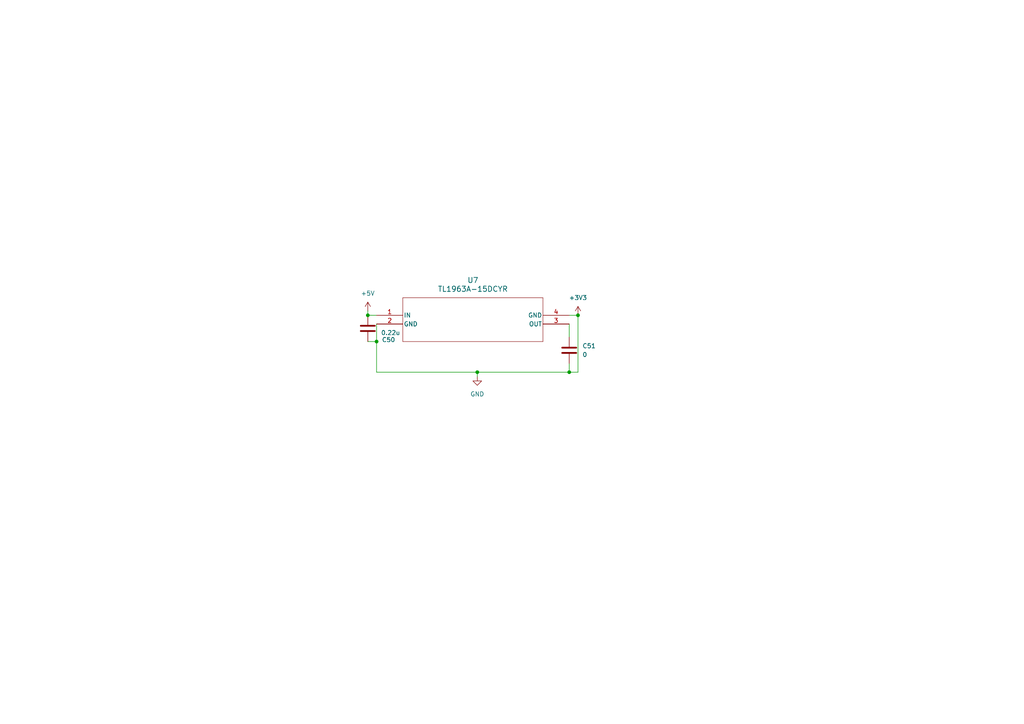
<source format=kicad_sch>
(kicad_sch
	(version 20231120)
	(generator "eeschema")
	(generator_version "8.0")
	(uuid "51782af7-2c8b-474c-b1fb-b5676f4822cf")
	(paper "A4")
	(lib_symbols
		(symbol "2024-04-06_18-40-21:TL1963A-15DCYR"
			(pin_names
				(offset 0.254)
			)
			(exclude_from_sim no)
			(in_bom yes)
			(on_board yes)
			(property "Reference" "U"
				(at 27.94 10.16 0)
				(effects
					(font
						(size 1.524 1.524)
					)
				)
			)
			(property "Value" "TL1963A-15DCYR"
				(at 27.94 7.62 0)
				(effects
					(font
						(size 1.524 1.524)
					)
				)
			)
			(property "Footprint" "DCY4_TEX"
				(at 0 0 0)
				(effects
					(font
						(size 1.27 1.27)
						(italic yes)
					)
					(hide yes)
				)
			)
			(property "Datasheet" "TL1963A-15DCYR"
				(at 0 0 0)
				(effects
					(font
						(size 1.27 1.27)
						(italic yes)
					)
					(hide yes)
				)
			)
			(property "Description" ""
				(at 0 0 0)
				(effects
					(font
						(size 1.27 1.27)
					)
					(hide yes)
				)
			)
			(property "ki_locked" ""
				(at 0 0 0)
				(effects
					(font
						(size 1.27 1.27)
					)
				)
			)
			(property "ki_keywords" "TL1963A-15DCYR"
				(at 0 0 0)
				(effects
					(font
						(size 1.27 1.27)
					)
					(hide yes)
				)
			)
			(property "ki_fp_filters" "DCY4_TEX DCY4_TEX-M DCY4_TEX-L"
				(at 0 0 0)
				(effects
					(font
						(size 1.27 1.27)
					)
					(hide yes)
				)
			)
			(symbol "TL1963A-15DCYR_0_1"
				(polyline
					(pts
						(xy 7.62 -7.62) (xy 48.26 -7.62)
					)
					(stroke
						(width 0.127)
						(type default)
					)
					(fill
						(type none)
					)
				)
				(polyline
					(pts
						(xy 7.62 5.08) (xy 7.62 -7.62)
					)
					(stroke
						(width 0.127)
						(type default)
					)
					(fill
						(type none)
					)
				)
				(polyline
					(pts
						(xy 48.26 -7.62) (xy 48.26 5.08)
					)
					(stroke
						(width 0.127)
						(type default)
					)
					(fill
						(type none)
					)
				)
				(polyline
					(pts
						(xy 48.26 5.08) (xy 7.62 5.08)
					)
					(stroke
						(width 0.127)
						(type default)
					)
					(fill
						(type none)
					)
				)
				(pin input line
					(at 0 0 0)
					(length 7.62)
					(name "IN"
						(effects
							(font
								(size 1.27 1.27)
							)
						)
					)
					(number "1"
						(effects
							(font
								(size 1.27 1.27)
							)
						)
					)
				)
				(pin power_in line
					(at 0 -2.54 0)
					(length 7.62)
					(name "GND"
						(effects
							(font
								(size 1.27 1.27)
							)
						)
					)
					(number "2"
						(effects
							(font
								(size 1.27 1.27)
							)
						)
					)
				)
				(pin output line
					(at 55.88 -2.54 180)
					(length 7.62)
					(name "OUT"
						(effects
							(font
								(size 1.27 1.27)
							)
						)
					)
					(number "3"
						(effects
							(font
								(size 1.27 1.27)
							)
						)
					)
				)
				(pin power_in line
					(at 55.88 0 180)
					(length 7.62)
					(name "GND"
						(effects
							(font
								(size 1.27 1.27)
							)
						)
					)
					(number "4"
						(effects
							(font
								(size 1.27 1.27)
							)
						)
					)
				)
			)
		)
		(symbol "Device:C"
			(pin_numbers hide)
			(pin_names
				(offset 0.254)
			)
			(exclude_from_sim no)
			(in_bom yes)
			(on_board yes)
			(property "Reference" "C"
				(at 0.635 2.54 0)
				(effects
					(font
						(size 1.27 1.27)
					)
					(justify left)
				)
			)
			(property "Value" "C"
				(at 0.635 -2.54 0)
				(effects
					(font
						(size 1.27 1.27)
					)
					(justify left)
				)
			)
			(property "Footprint" ""
				(at 0.9652 -3.81 0)
				(effects
					(font
						(size 1.27 1.27)
					)
					(hide yes)
				)
			)
			(property "Datasheet" "~"
				(at 0 0 0)
				(effects
					(font
						(size 1.27 1.27)
					)
					(hide yes)
				)
			)
			(property "Description" "Unpolarized capacitor"
				(at 0 0 0)
				(effects
					(font
						(size 1.27 1.27)
					)
					(hide yes)
				)
			)
			(property "ki_keywords" "cap capacitor"
				(at 0 0 0)
				(effects
					(font
						(size 1.27 1.27)
					)
					(hide yes)
				)
			)
			(property "ki_fp_filters" "C_*"
				(at 0 0 0)
				(effects
					(font
						(size 1.27 1.27)
					)
					(hide yes)
				)
			)
			(symbol "C_0_1"
				(polyline
					(pts
						(xy -2.032 -0.762) (xy 2.032 -0.762)
					)
					(stroke
						(width 0.508)
						(type default)
					)
					(fill
						(type none)
					)
				)
				(polyline
					(pts
						(xy -2.032 0.762) (xy 2.032 0.762)
					)
					(stroke
						(width 0.508)
						(type default)
					)
					(fill
						(type none)
					)
				)
			)
			(symbol "C_1_1"
				(pin passive line
					(at 0 3.81 270)
					(length 2.794)
					(name "~"
						(effects
							(font
								(size 1.27 1.27)
							)
						)
					)
					(number "1"
						(effects
							(font
								(size 1.27 1.27)
							)
						)
					)
				)
				(pin passive line
					(at 0 -3.81 90)
					(length 2.794)
					(name "~"
						(effects
							(font
								(size 1.27 1.27)
							)
						)
					)
					(number "2"
						(effects
							(font
								(size 1.27 1.27)
							)
						)
					)
				)
			)
		)
		(symbol "power:+3V3"
			(power)
			(pin_numbers hide)
			(pin_names
				(offset 0) hide)
			(exclude_from_sim no)
			(in_bom yes)
			(on_board yes)
			(property "Reference" "#PWR"
				(at 0 -3.81 0)
				(effects
					(font
						(size 1.27 1.27)
					)
					(hide yes)
				)
			)
			(property "Value" "+3V3"
				(at 0 3.556 0)
				(effects
					(font
						(size 1.27 1.27)
					)
				)
			)
			(property "Footprint" ""
				(at 0 0 0)
				(effects
					(font
						(size 1.27 1.27)
					)
					(hide yes)
				)
			)
			(property "Datasheet" ""
				(at 0 0 0)
				(effects
					(font
						(size 1.27 1.27)
					)
					(hide yes)
				)
			)
			(property "Description" "Power symbol creates a global label with name \"+3V3\""
				(at 0 0 0)
				(effects
					(font
						(size 1.27 1.27)
					)
					(hide yes)
				)
			)
			(property "ki_keywords" "global power"
				(at 0 0 0)
				(effects
					(font
						(size 1.27 1.27)
					)
					(hide yes)
				)
			)
			(symbol "+3V3_0_1"
				(polyline
					(pts
						(xy -0.762 1.27) (xy 0 2.54)
					)
					(stroke
						(width 0)
						(type default)
					)
					(fill
						(type none)
					)
				)
				(polyline
					(pts
						(xy 0 0) (xy 0 2.54)
					)
					(stroke
						(width 0)
						(type default)
					)
					(fill
						(type none)
					)
				)
				(polyline
					(pts
						(xy 0 2.54) (xy 0.762 1.27)
					)
					(stroke
						(width 0)
						(type default)
					)
					(fill
						(type none)
					)
				)
			)
			(symbol "+3V3_1_1"
				(pin power_in line
					(at 0 0 90)
					(length 0)
					(name "~"
						(effects
							(font
								(size 1.27 1.27)
							)
						)
					)
					(number "1"
						(effects
							(font
								(size 1.27 1.27)
							)
						)
					)
				)
			)
		)
		(symbol "power:+5V"
			(power)
			(pin_numbers hide)
			(pin_names
				(offset 0) hide)
			(exclude_from_sim no)
			(in_bom yes)
			(on_board yes)
			(property "Reference" "#PWR"
				(at 0 -3.81 0)
				(effects
					(font
						(size 1.27 1.27)
					)
					(hide yes)
				)
			)
			(property "Value" "+5V"
				(at 0 3.556 0)
				(effects
					(font
						(size 1.27 1.27)
					)
				)
			)
			(property "Footprint" ""
				(at 0 0 0)
				(effects
					(font
						(size 1.27 1.27)
					)
					(hide yes)
				)
			)
			(property "Datasheet" ""
				(at 0 0 0)
				(effects
					(font
						(size 1.27 1.27)
					)
					(hide yes)
				)
			)
			(property "Description" "Power symbol creates a global label with name \"+5V\""
				(at 0 0 0)
				(effects
					(font
						(size 1.27 1.27)
					)
					(hide yes)
				)
			)
			(property "ki_keywords" "global power"
				(at 0 0 0)
				(effects
					(font
						(size 1.27 1.27)
					)
					(hide yes)
				)
			)
			(symbol "+5V_0_1"
				(polyline
					(pts
						(xy -0.762 1.27) (xy 0 2.54)
					)
					(stroke
						(width 0)
						(type default)
					)
					(fill
						(type none)
					)
				)
				(polyline
					(pts
						(xy 0 0) (xy 0 2.54)
					)
					(stroke
						(width 0)
						(type default)
					)
					(fill
						(type none)
					)
				)
				(polyline
					(pts
						(xy 0 2.54) (xy 0.762 1.27)
					)
					(stroke
						(width 0)
						(type default)
					)
					(fill
						(type none)
					)
				)
			)
			(symbol "+5V_1_1"
				(pin power_in line
					(at 0 0 90)
					(length 0)
					(name "~"
						(effects
							(font
								(size 1.27 1.27)
							)
						)
					)
					(number "1"
						(effects
							(font
								(size 1.27 1.27)
							)
						)
					)
				)
			)
		)
		(symbol "power:GND"
			(power)
			(pin_numbers hide)
			(pin_names
				(offset 0) hide)
			(exclude_from_sim no)
			(in_bom yes)
			(on_board yes)
			(property "Reference" "#PWR"
				(at 0 -6.35 0)
				(effects
					(font
						(size 1.27 1.27)
					)
					(hide yes)
				)
			)
			(property "Value" "GND"
				(at 0 -3.81 0)
				(effects
					(font
						(size 1.27 1.27)
					)
				)
			)
			(property "Footprint" ""
				(at 0 0 0)
				(effects
					(font
						(size 1.27 1.27)
					)
					(hide yes)
				)
			)
			(property "Datasheet" ""
				(at 0 0 0)
				(effects
					(font
						(size 1.27 1.27)
					)
					(hide yes)
				)
			)
			(property "Description" "Power symbol creates a global label with name \"GND\" , ground"
				(at 0 0 0)
				(effects
					(font
						(size 1.27 1.27)
					)
					(hide yes)
				)
			)
			(property "ki_keywords" "global power"
				(at 0 0 0)
				(effects
					(font
						(size 1.27 1.27)
					)
					(hide yes)
				)
			)
			(symbol "GND_0_1"
				(polyline
					(pts
						(xy 0 0) (xy 0 -1.27) (xy 1.27 -1.27) (xy 0 -2.54) (xy -1.27 -1.27) (xy 0 -1.27)
					)
					(stroke
						(width 0)
						(type default)
					)
					(fill
						(type none)
					)
				)
			)
			(symbol "GND_1_1"
				(pin power_in line
					(at 0 0 270)
					(length 0)
					(name "~"
						(effects
							(font
								(size 1.27 1.27)
							)
						)
					)
					(number "1"
						(effects
							(font
								(size 1.27 1.27)
							)
						)
					)
				)
			)
		)
	)
	(junction
		(at 109.22 99.06)
		(diameter 0)
		(color 0 0 0 0)
		(uuid "0378c85d-3690-41fa-be78-ec80d96b9290")
	)
	(junction
		(at 106.68 91.44)
		(diameter 0)
		(color 0 0 0 0)
		(uuid "39e8c289-13fa-4353-afe1-5de500bbda90")
	)
	(junction
		(at 138.43 107.95)
		(diameter 0)
		(color 0 0 0 0)
		(uuid "538bc9eb-d72b-420f-9812-5b9f6756cdc7")
	)
	(junction
		(at 167.64 91.44)
		(diameter 0)
		(color 0 0 0 0)
		(uuid "84278b66-af06-4e31-979a-40ae2cf59bb9")
	)
	(junction
		(at 165.1 107.95)
		(diameter 0)
		(color 0 0 0 0)
		(uuid "bb907765-b7a0-43d5-8550-01127f5c0b27")
	)
	(wire
		(pts
			(xy 106.68 91.44) (xy 109.22 91.44)
		)
		(stroke
			(width 0)
			(type default)
		)
		(uuid "0f0479aa-8dd4-4f67-aeaa-4a19366074c1")
	)
	(wire
		(pts
			(xy 109.22 99.06) (xy 109.22 107.95)
		)
		(stroke
			(width 0)
			(type default)
		)
		(uuid "23be993c-3f5d-42e1-b7c9-092beb21a601")
	)
	(wire
		(pts
			(xy 106.68 90.17) (xy 106.68 91.44)
		)
		(stroke
			(width 0)
			(type default)
		)
		(uuid "27c505e5-2fcf-40fb-884d-834d993a63cd")
	)
	(wire
		(pts
			(xy 138.43 107.95) (xy 165.1 107.95)
		)
		(stroke
			(width 0)
			(type default)
		)
		(uuid "58a57863-42f8-4915-8769-d750f7101aa5")
	)
	(wire
		(pts
			(xy 138.43 107.95) (xy 138.43 109.22)
		)
		(stroke
			(width 0)
			(type default)
		)
		(uuid "6b814308-d3a8-4da9-bfe0-48f736a1f3af")
	)
	(wire
		(pts
			(xy 106.68 99.06) (xy 109.22 99.06)
		)
		(stroke
			(width 0)
			(type default)
		)
		(uuid "7ba85f07-08b2-4d40-b098-84c61dfef0c0")
	)
	(wire
		(pts
			(xy 109.22 107.95) (xy 138.43 107.95)
		)
		(stroke
			(width 0)
			(type default)
		)
		(uuid "93a214fb-7772-4362-84c7-3e6540fe7fb7")
	)
	(wire
		(pts
			(xy 167.64 107.95) (xy 165.1 107.95)
		)
		(stroke
			(width 0)
			(type default)
		)
		(uuid "be23b136-f1f5-464d-9636-50ea3860df62")
	)
	(wire
		(pts
			(xy 165.1 105.41) (xy 165.1 107.95)
		)
		(stroke
			(width 0)
			(type default)
		)
		(uuid "be3b6e00-6b81-4fb9-9622-5286bb7433ee")
	)
	(wire
		(pts
			(xy 165.1 93.98) (xy 165.1 97.79)
		)
		(stroke
			(width 0)
			(type default)
		)
		(uuid "c6f0c3d1-b606-4736-ab50-ad69c0c21886")
	)
	(wire
		(pts
			(xy 165.1 91.44) (xy 167.64 91.44)
		)
		(stroke
			(width 0)
			(type default)
		)
		(uuid "df481390-74b3-4546-b237-e1cad576c63d")
	)
	(wire
		(pts
			(xy 167.64 91.44) (xy 167.64 107.95)
		)
		(stroke
			(width 0)
			(type default)
		)
		(uuid "e5926bfc-e4c4-4ff3-b58d-c2513538e116")
	)
	(wire
		(pts
			(xy 109.22 93.98) (xy 109.22 99.06)
		)
		(stroke
			(width 0)
			(type default)
		)
		(uuid "f6f4d497-891f-4d89-8499-4cc88f67fd14")
	)
	(symbol
		(lib_id "2024-04-06_18-40-21:TL1963A-15DCYR")
		(at 109.22 91.44 0)
		(unit 1)
		(exclude_from_sim no)
		(in_bom yes)
		(on_board yes)
		(dnp no)
		(fields_autoplaced yes)
		(uuid "0ef68897-9df4-4f4c-add4-e76663a40da3")
		(property "Reference" "U7"
			(at 137.16 81.28 0)
			(effects
				(font
					(size 1.524 1.524)
				)
			)
		)
		(property "Value" "TL1963A-15DCYR"
			(at 137.16 83.82 0)
			(effects
				(font
					(size 1.524 1.524)
				)
			)
		)
		(property "Footprint" "Library:DCQ0006A_M"
			(at 109.22 91.44 0)
			(effects
				(font
					(size 1.27 1.27)
					(italic yes)
				)
				(hide yes)
			)
		)
		(property "Datasheet" "TL1963A-15DCYR"
			(at 109.22 91.44 0)
			(effects
				(font
					(size 1.27 1.27)
					(italic yes)
				)
				(hide yes)
			)
		)
		(property "Description" ""
			(at 109.22 91.44 0)
			(effects
				(font
					(size 1.27 1.27)
				)
				(hide yes)
			)
		)
		(pin "4"
			(uuid "0e9c31dc-d39c-455d-bf83-67e7a17104ca")
		)
		(pin "2"
			(uuid "19fd730d-6e01-475f-abaf-8e123ad46383")
		)
		(pin "3"
			(uuid "3441c6b5-1f23-4dce-8818-f566c0d8ed1b")
		)
		(pin "1"
			(uuid "6e368a25-f4b4-4852-9b03-351c2a1da2c1")
		)
		(instances
			(project "SilverSat_Ground_Station"
				(path "/46cfd089-6873-4d8b-89af-02ff30e49472/7d070148-7b62-4085-8925-00e9f36d183d"
					(reference "U7")
					(unit 1)
				)
			)
		)
	)
	(symbol
		(lib_id "Device:C")
		(at 106.68 95.25 0)
		(unit 1)
		(exclude_from_sim no)
		(in_bom yes)
		(on_board yes)
		(dnp no)
		(uuid "27e43e7c-2035-4e03-8376-b26f1b4e3c53")
		(property "Reference" "C50"
			(at 110.744 98.552 0)
			(effects
				(font
					(size 1.27 1.27)
				)
				(justify left)
			)
		)
		(property "Value" "0.22u"
			(at 110.49 96.5199 0)
			(effects
				(font
					(size 1.27 1.27)
				)
				(justify left)
			)
		)
		(property "Footprint" "Capacitor_SMD:C_0603_1608Metric"
			(at 107.6452 99.06 0)
			(effects
				(font
					(size 1.27 1.27)
				)
				(hide yes)
			)
		)
		(property "Datasheet" "~"
			(at 106.68 95.25 0)
			(effects
				(font
					(size 1.27 1.27)
				)
				(hide yes)
			)
		)
		(property "Description" "Unpolarized capacitor"
			(at 106.68 95.25 0)
			(effects
				(font
					(size 1.27 1.27)
				)
				(hide yes)
			)
		)
		(pin "1"
			(uuid "86b1fd9d-630d-4f81-8a7b-62ff88d909ca")
		)
		(pin "2"
			(uuid "9a5c7f5b-7457-40b8-be0c-48e73f8beb39")
		)
		(instances
			(project "SilverSat_Ground_Station"
				(path "/46cfd089-6873-4d8b-89af-02ff30e49472/7d070148-7b62-4085-8925-00e9f36d183d"
					(reference "C50")
					(unit 1)
				)
			)
		)
	)
	(symbol
		(lib_id "power:+3V3")
		(at 167.64 91.44 0)
		(unit 1)
		(exclude_from_sim no)
		(in_bom yes)
		(on_board yes)
		(dnp no)
		(fields_autoplaced yes)
		(uuid "2d939727-9980-462f-9d95-eacb06912fac")
		(property "Reference" "#PWR075"
			(at 167.64 95.25 0)
			(effects
				(font
					(size 1.27 1.27)
				)
				(hide yes)
			)
		)
		(property "Value" "+3V3"
			(at 167.64 86.36 0)
			(effects
				(font
					(size 1.27 1.27)
				)
			)
		)
		(property "Footprint" ""
			(at 167.64 91.44 0)
			(effects
				(font
					(size 1.27 1.27)
				)
				(hide yes)
			)
		)
		(property "Datasheet" ""
			(at 167.64 91.44 0)
			(effects
				(font
					(size 1.27 1.27)
				)
				(hide yes)
			)
		)
		(property "Description" "Power symbol creates a global label with name \"+3V3\""
			(at 167.64 91.44 0)
			(effects
				(font
					(size 1.27 1.27)
				)
				(hide yes)
			)
		)
		(pin "1"
			(uuid "93f79f96-50cc-4be0-bb0f-0a17a9406dd2")
		)
		(instances
			(project "SilverSat_Ground_Station"
				(path "/46cfd089-6873-4d8b-89af-02ff30e49472/7d070148-7b62-4085-8925-00e9f36d183d"
					(reference "#PWR075")
					(unit 1)
				)
			)
		)
	)
	(symbol
		(lib_id "Device:C")
		(at 165.1 101.6 0)
		(unit 1)
		(exclude_from_sim no)
		(in_bom yes)
		(on_board yes)
		(dnp no)
		(fields_autoplaced yes)
		(uuid "8c4fe996-3958-41b9-a573-eb869f5939a3")
		(property "Reference" "C51"
			(at 168.91 100.3299 0)
			(effects
				(font
					(size 1.27 1.27)
				)
				(justify left)
			)
		)
		(property "Value" "0"
			(at 168.91 102.8699 0)
			(effects
				(font
					(size 1.27 1.27)
				)
				(justify left)
			)
		)
		(property "Footprint" "Capacitor_SMD:C_0603_1608Metric"
			(at 166.0652 105.41 0)
			(effects
				(font
					(size 1.27 1.27)
				)
				(hide yes)
			)
		)
		(property "Datasheet" "~"
			(at 165.1 101.6 0)
			(effects
				(font
					(size 1.27 1.27)
				)
				(hide yes)
			)
		)
		(property "Description" "Unpolarized capacitor"
			(at 165.1 101.6 0)
			(effects
				(font
					(size 1.27 1.27)
				)
				(hide yes)
			)
		)
		(pin "1"
			(uuid "c125070d-d586-44b8-910a-b417ed10edbd")
		)
		(pin "2"
			(uuid "c1f190e7-0381-42a6-84da-ff9258c15887")
		)
		(instances
			(project "SilverSat_Ground_Station"
				(path "/46cfd089-6873-4d8b-89af-02ff30e49472/7d070148-7b62-4085-8925-00e9f36d183d"
					(reference "C51")
					(unit 1)
				)
			)
		)
	)
	(symbol
		(lib_id "power:GND")
		(at 138.43 109.22 0)
		(unit 1)
		(exclude_from_sim no)
		(in_bom yes)
		(on_board yes)
		(dnp no)
		(fields_autoplaced yes)
		(uuid "ce8b2a7c-8797-4e81-92e3-4ec378fdfc72")
		(property "Reference" "#PWR074"
			(at 138.43 115.57 0)
			(effects
				(font
					(size 1.27 1.27)
				)
				(hide yes)
			)
		)
		(property "Value" "GND"
			(at 138.43 114.3 0)
			(effects
				(font
					(size 1.27 1.27)
				)
			)
		)
		(property "Footprint" ""
			(at 138.43 109.22 0)
			(effects
				(font
					(size 1.27 1.27)
				)
				(hide yes)
			)
		)
		(property "Datasheet" ""
			(at 138.43 109.22 0)
			(effects
				(font
					(size 1.27 1.27)
				)
				(hide yes)
			)
		)
		(property "Description" "Power symbol creates a global label with name \"GND\" , ground"
			(at 138.43 109.22 0)
			(effects
				(font
					(size 1.27 1.27)
				)
				(hide yes)
			)
		)
		(pin "1"
			(uuid "22351489-66b5-4367-80b2-2dda0cd816d0")
		)
		(instances
			(project "SilverSat_Ground_Station"
				(path "/46cfd089-6873-4d8b-89af-02ff30e49472/7d070148-7b62-4085-8925-00e9f36d183d"
					(reference "#PWR074")
					(unit 1)
				)
			)
		)
	)
	(symbol
		(lib_id "power:+5V")
		(at 106.68 90.17 0)
		(unit 1)
		(exclude_from_sim no)
		(in_bom yes)
		(on_board yes)
		(dnp no)
		(fields_autoplaced yes)
		(uuid "fa257c46-a2c1-431b-a91f-6453197b0fd5")
		(property "Reference" "#PWR076"
			(at 106.68 93.98 0)
			(effects
				(font
					(size 1.27 1.27)
				)
				(hide yes)
			)
		)
		(property "Value" "+5V"
			(at 106.68 85.09 0)
			(effects
				(font
					(size 1.27 1.27)
				)
			)
		)
		(property "Footprint" ""
			(at 106.68 90.17 0)
			(effects
				(font
					(size 1.27 1.27)
				)
				(hide yes)
			)
		)
		(property "Datasheet" ""
			(at 106.68 90.17 0)
			(effects
				(font
					(size 1.27 1.27)
				)
				(hide yes)
			)
		)
		(property "Description" "Power symbol creates a global label with name \"+5V\""
			(at 106.68 90.17 0)
			(effects
				(font
					(size 1.27 1.27)
				)
				(hide yes)
			)
		)
		(pin "1"
			(uuid "8233d61d-248a-4dee-b2fb-44e19f89bcfd")
		)
		(instances
			(project "SilverSat_Ground_Station"
				(path "/46cfd089-6873-4d8b-89af-02ff30e49472/7d070148-7b62-4085-8925-00e9f36d183d"
					(reference "#PWR076")
					(unit 1)
				)
			)
		)
	)
)
</source>
